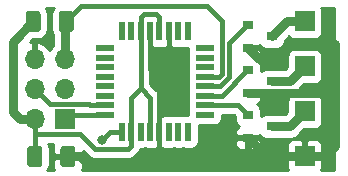
<source format=gbr>
G04 #@! TF.GenerationSoftware,KiCad,Pcbnew,5.0.1*
G04 #@! TF.CreationDate,2019-03-16T14:53:00+03:00*
G04 #@! TF.ProjectId,smartpoi,736D617274706F692E6B696361645F70,rev?*
G04 #@! TF.SameCoordinates,Original*
G04 #@! TF.FileFunction,Copper,L1,Top,Signal*
G04 #@! TF.FilePolarity,Positive*
%FSLAX46Y46*%
G04 Gerber Fmt 4.6, Leading zero omitted, Abs format (unit mm)*
G04 Created by KiCad (PCBNEW 5.0.1) date Сб 16 мар 2019 14:53:00*
%MOMM*%
%LPD*%
G01*
G04 APERTURE LIST*
G04 #@! TA.AperFunction,SMDPad,CuDef*
%ADD10R,0.900000X0.800000*%
G04 #@! TD*
G04 #@! TA.AperFunction,Conductor*
%ADD11C,0.100000*%
G04 #@! TD*
G04 #@! TA.AperFunction,SMDPad,CuDef*
%ADD12C,1.250000*%
G04 #@! TD*
G04 #@! TA.AperFunction,SMDPad,CuDef*
%ADD13R,0.550000X1.600000*%
G04 #@! TD*
G04 #@! TA.AperFunction,SMDPad,CuDef*
%ADD14R,1.600000X0.550000*%
G04 #@! TD*
G04 #@! TA.AperFunction,ComponentPad*
%ADD15R,1.700000X1.700000*%
G04 #@! TD*
G04 #@! TA.AperFunction,ComponentPad*
%ADD16O,1.700000X1.700000*%
G04 #@! TD*
G04 #@! TA.AperFunction,ViaPad*
%ADD17C,0.800000*%
G04 #@! TD*
G04 #@! TA.AperFunction,Conductor*
%ADD18C,0.400000*%
G04 #@! TD*
G04 #@! TA.AperFunction,Conductor*
%ADD19C,0.800000*%
G04 #@! TD*
G04 #@! TA.AperFunction,Conductor*
%ADD20C,0.254000*%
G04 #@! TD*
G04 APERTURE END LIST*
D10*
G04 #@! TO.P,Q1,1*
G04 #@! TO.N,/RED*
X127270000Y-91760000D03*
G04 #@! TO.P,Q1,2*
G04 #@! TO.N,GNDD*
X127270000Y-93660000D03*
G04 #@! TO.P,Q1,3*
G04 #@! TO.N,/K_RED*
X129270000Y-92710000D03*
G04 #@! TD*
G04 #@! TO.P,Q2,3*
G04 #@! TO.N,/K_GREEN*
X129270000Y-88900000D03*
G04 #@! TO.P,Q2,2*
G04 #@! TO.N,GNDD*
X127270000Y-89850000D03*
G04 #@! TO.P,Q2,1*
G04 #@! TO.N,/GREEN*
X127270000Y-87950000D03*
G04 #@! TD*
G04 #@! TO.P,Q3,1*
G04 #@! TO.N,/BLUE*
X127270000Y-84140000D03*
G04 #@! TO.P,Q3,2*
G04 #@! TO.N,GNDD*
X127270000Y-86040000D03*
G04 #@! TO.P,Q3,3*
G04 #@! TO.N,/K_BLUE*
X129270000Y-85090000D03*
G04 #@! TD*
D11*
G04 #@! TO.N,+3V8*
G04 #@! TO.C,R1*
G36*
X109489504Y-82946204D02*
X109513773Y-82949804D01*
X109537571Y-82955765D01*
X109560671Y-82964030D01*
X109582849Y-82974520D01*
X109603893Y-82987133D01*
X109623598Y-83001747D01*
X109641777Y-83018223D01*
X109658253Y-83036402D01*
X109672867Y-83056107D01*
X109685480Y-83077151D01*
X109695970Y-83099329D01*
X109704235Y-83122429D01*
X109710196Y-83146227D01*
X109713796Y-83170496D01*
X109715000Y-83195000D01*
X109715000Y-84445000D01*
X109713796Y-84469504D01*
X109710196Y-84493773D01*
X109704235Y-84517571D01*
X109695970Y-84540671D01*
X109685480Y-84562849D01*
X109672867Y-84583893D01*
X109658253Y-84603598D01*
X109641777Y-84621777D01*
X109623598Y-84638253D01*
X109603893Y-84652867D01*
X109582849Y-84665480D01*
X109560671Y-84675970D01*
X109537571Y-84684235D01*
X109513773Y-84690196D01*
X109489504Y-84693796D01*
X109465000Y-84695000D01*
X108715000Y-84695000D01*
X108690496Y-84693796D01*
X108666227Y-84690196D01*
X108642429Y-84684235D01*
X108619329Y-84675970D01*
X108597151Y-84665480D01*
X108576107Y-84652867D01*
X108556402Y-84638253D01*
X108538223Y-84621777D01*
X108521747Y-84603598D01*
X108507133Y-84583893D01*
X108494520Y-84562849D01*
X108484030Y-84540671D01*
X108475765Y-84517571D01*
X108469804Y-84493773D01*
X108466204Y-84469504D01*
X108465000Y-84445000D01*
X108465000Y-83195000D01*
X108466204Y-83170496D01*
X108469804Y-83146227D01*
X108475765Y-83122429D01*
X108484030Y-83099329D01*
X108494520Y-83077151D01*
X108507133Y-83056107D01*
X108521747Y-83036402D01*
X108538223Y-83018223D01*
X108556402Y-83001747D01*
X108576107Y-82987133D01*
X108597151Y-82974520D01*
X108619329Y-82964030D01*
X108642429Y-82955765D01*
X108666227Y-82949804D01*
X108690496Y-82946204D01*
X108715000Y-82945000D01*
X109465000Y-82945000D01*
X109489504Y-82946204D01*
X109489504Y-82946204D01*
G37*
D12*
G04 #@! TD*
G04 #@! TO.P,R1,1*
G04 #@! TO.N,+3V8*
X109090000Y-83820000D03*
D11*
G04 #@! TO.N,/~RST*
G04 #@! TO.C,R1*
G36*
X112289504Y-82946204D02*
X112313773Y-82949804D01*
X112337571Y-82955765D01*
X112360671Y-82964030D01*
X112382849Y-82974520D01*
X112403893Y-82987133D01*
X112423598Y-83001747D01*
X112441777Y-83018223D01*
X112458253Y-83036402D01*
X112472867Y-83056107D01*
X112485480Y-83077151D01*
X112495970Y-83099329D01*
X112504235Y-83122429D01*
X112510196Y-83146227D01*
X112513796Y-83170496D01*
X112515000Y-83195000D01*
X112515000Y-84445000D01*
X112513796Y-84469504D01*
X112510196Y-84493773D01*
X112504235Y-84517571D01*
X112495970Y-84540671D01*
X112485480Y-84562849D01*
X112472867Y-84583893D01*
X112458253Y-84603598D01*
X112441777Y-84621777D01*
X112423598Y-84638253D01*
X112403893Y-84652867D01*
X112382849Y-84665480D01*
X112360671Y-84675970D01*
X112337571Y-84684235D01*
X112313773Y-84690196D01*
X112289504Y-84693796D01*
X112265000Y-84695000D01*
X111515000Y-84695000D01*
X111490496Y-84693796D01*
X111466227Y-84690196D01*
X111442429Y-84684235D01*
X111419329Y-84675970D01*
X111397151Y-84665480D01*
X111376107Y-84652867D01*
X111356402Y-84638253D01*
X111338223Y-84621777D01*
X111321747Y-84603598D01*
X111307133Y-84583893D01*
X111294520Y-84562849D01*
X111284030Y-84540671D01*
X111275765Y-84517571D01*
X111269804Y-84493773D01*
X111266204Y-84469504D01*
X111265000Y-84445000D01*
X111265000Y-83195000D01*
X111266204Y-83170496D01*
X111269804Y-83146227D01*
X111275765Y-83122429D01*
X111284030Y-83099329D01*
X111294520Y-83077151D01*
X111307133Y-83056107D01*
X111321747Y-83036402D01*
X111338223Y-83018223D01*
X111356402Y-83001747D01*
X111376107Y-82987133D01*
X111397151Y-82974520D01*
X111419329Y-82964030D01*
X111442429Y-82955765D01*
X111466227Y-82949804D01*
X111490496Y-82946204D01*
X111515000Y-82945000D01*
X112265000Y-82945000D01*
X112289504Y-82946204D01*
X112289504Y-82946204D01*
G37*
D12*
G04 #@! TD*
G04 #@! TO.P,R1,2*
G04 #@! TO.N,/~RST*
X111890000Y-83820000D03*
D13*
G04 #@! TO.P,U1,1*
G04 #@! TO.N,Net-(U1-Pad1)*
X122180000Y-84650000D03*
G04 #@! TO.P,U1,2*
G04 #@! TO.N,Net-(U1-Pad2)*
X121380000Y-84650000D03*
G04 #@! TO.P,U1,3*
G04 #@! TO.N,GNDD*
X120580000Y-84650000D03*
G04 #@! TO.P,U1,4*
G04 #@! TO.N,+3V8*
X119780000Y-84650000D03*
G04 #@! TO.P,U1,5*
G04 #@! TO.N,GNDD*
X118980000Y-84650000D03*
G04 #@! TO.P,U1,6*
G04 #@! TO.N,+3V8*
X118180000Y-84650000D03*
G04 #@! TO.P,U1,7*
G04 #@! TO.N,Net-(U1-Pad7)*
X117380000Y-84650000D03*
G04 #@! TO.P,U1,8*
G04 #@! TO.N,Net-(U1-Pad8)*
X116580000Y-84650000D03*
D14*
G04 #@! TO.P,U1,9*
G04 #@! TO.N,Net-(U1-Pad9)*
X115130000Y-86100000D03*
G04 #@! TO.P,U1,10*
G04 #@! TO.N,Net-(U1-Pad10)*
X115130000Y-86900000D03*
G04 #@! TO.P,U1,11*
G04 #@! TO.N,Net-(U1-Pad11)*
X115130000Y-87700000D03*
G04 #@! TO.P,U1,12*
G04 #@! TO.N,Net-(U1-Pad12)*
X115130000Y-88500000D03*
G04 #@! TO.P,U1,13*
G04 #@! TO.N,Net-(U1-Pad13)*
X115130000Y-89300000D03*
G04 #@! TO.P,U1,14*
G04 #@! TO.N,Net-(U1-Pad14)*
X115130000Y-90100000D03*
G04 #@! TO.P,U1,15*
G04 #@! TO.N,/MOSI*
X115130000Y-90900000D03*
G04 #@! TO.P,U1,16*
G04 #@! TO.N,/MISO*
X115130000Y-91700000D03*
D13*
G04 #@! TO.P,U1,17*
G04 #@! TO.N,/SCK*
X116580000Y-93150000D03*
G04 #@! TO.P,U1,18*
G04 #@! TO.N,+3V8*
X117380000Y-93150000D03*
G04 #@! TO.P,U1,19*
G04 #@! TO.N,Net-(U1-Pad19)*
X118180000Y-93150000D03*
G04 #@! TO.P,U1,20*
G04 #@! TO.N,+3V8*
X118980000Y-93150000D03*
G04 #@! TO.P,U1,21*
G04 #@! TO.N,GNDD*
X119780000Y-93150000D03*
G04 #@! TO.P,U1,22*
G04 #@! TO.N,Net-(U1-Pad22)*
X120580000Y-93150000D03*
G04 #@! TO.P,U1,23*
G04 #@! TO.N,Net-(U1-Pad23)*
X121380000Y-93150000D03*
G04 #@! TO.P,U1,24*
G04 #@! TO.N,Net-(U1-Pad24)*
X122180000Y-93150000D03*
D14*
G04 #@! TO.P,U1,25*
G04 #@! TO.N,Net-(U1-Pad25)*
X123630000Y-91700000D03*
G04 #@! TO.P,U1,26*
G04 #@! TO.N,/RED*
X123630000Y-90900000D03*
G04 #@! TO.P,U1,27*
G04 #@! TO.N,/GREEN*
X123630000Y-90100000D03*
G04 #@! TO.P,U1,28*
G04 #@! TO.N,/BLUE*
X123630000Y-89300000D03*
G04 #@! TO.P,U1,29*
G04 #@! TO.N,/~RST*
X123630000Y-88500000D03*
G04 #@! TO.P,U1,30*
G04 #@! TO.N,Net-(U1-Pad30)*
X123630000Y-87700000D03*
G04 #@! TO.P,U1,31*
G04 #@! TO.N,Net-(U1-Pad31)*
X123630000Y-86900000D03*
G04 #@! TO.P,U1,32*
G04 #@! TO.N,Net-(U1-Pad32)*
X123630000Y-86100000D03*
G04 #@! TD*
D15*
G04 #@! TO.P,J5,1*
G04 #@! TO.N,GNDD*
X132080000Y-95250000D03*
G04 #@! TD*
G04 #@! TO.P,J6,1*
G04 #@! TO.N,/K_BLUE*
X132080000Y-83820000D03*
G04 #@! TD*
G04 #@! TO.P,J1,1*
G04 #@! TO.N,/MISO*
X111760000Y-92075000D03*
D16*
G04 #@! TO.P,J1,2*
G04 #@! TO.N,+3V8*
X109220000Y-92075000D03*
G04 #@! TO.P,J1,3*
G04 #@! TO.N,/SCK*
X111760000Y-89535000D03*
G04 #@! TO.P,J1,4*
G04 #@! TO.N,/MOSI*
X109220000Y-89535000D03*
G04 #@! TO.P,J1,5*
G04 #@! TO.N,/~RST*
X111760000Y-86995000D03*
G04 #@! TO.P,J1,6*
G04 #@! TO.N,GNDD*
X109220000Y-86995000D03*
G04 #@! TD*
D15*
G04 #@! TO.P,J2,1*
G04 #@! TO.N,/K_RED*
X132080000Y-91440000D03*
G04 #@! TD*
G04 #@! TO.P,J3,1*
G04 #@! TO.N,/K_GREEN*
X132080000Y-87630000D03*
G04 #@! TD*
D11*
G04 #@! TO.N,+3V8*
G04 #@! TO.C,C1*
G36*
X109619504Y-94376204D02*
X109643773Y-94379804D01*
X109667571Y-94385765D01*
X109690671Y-94394030D01*
X109712849Y-94404520D01*
X109733893Y-94417133D01*
X109753598Y-94431747D01*
X109771777Y-94448223D01*
X109788253Y-94466402D01*
X109802867Y-94486107D01*
X109815480Y-94507151D01*
X109825970Y-94529329D01*
X109834235Y-94552429D01*
X109840196Y-94576227D01*
X109843796Y-94600496D01*
X109845000Y-94625000D01*
X109845000Y-95875000D01*
X109843796Y-95899504D01*
X109840196Y-95923773D01*
X109834235Y-95947571D01*
X109825970Y-95970671D01*
X109815480Y-95992849D01*
X109802867Y-96013893D01*
X109788253Y-96033598D01*
X109771777Y-96051777D01*
X109753598Y-96068253D01*
X109733893Y-96082867D01*
X109712849Y-96095480D01*
X109690671Y-96105970D01*
X109667571Y-96114235D01*
X109643773Y-96120196D01*
X109619504Y-96123796D01*
X109595000Y-96125000D01*
X108845000Y-96125000D01*
X108820496Y-96123796D01*
X108796227Y-96120196D01*
X108772429Y-96114235D01*
X108749329Y-96105970D01*
X108727151Y-96095480D01*
X108706107Y-96082867D01*
X108686402Y-96068253D01*
X108668223Y-96051777D01*
X108651747Y-96033598D01*
X108637133Y-96013893D01*
X108624520Y-95992849D01*
X108614030Y-95970671D01*
X108605765Y-95947571D01*
X108599804Y-95923773D01*
X108596204Y-95899504D01*
X108595000Y-95875000D01*
X108595000Y-94625000D01*
X108596204Y-94600496D01*
X108599804Y-94576227D01*
X108605765Y-94552429D01*
X108614030Y-94529329D01*
X108624520Y-94507151D01*
X108637133Y-94486107D01*
X108651747Y-94466402D01*
X108668223Y-94448223D01*
X108686402Y-94431747D01*
X108706107Y-94417133D01*
X108727151Y-94404520D01*
X108749329Y-94394030D01*
X108772429Y-94385765D01*
X108796227Y-94379804D01*
X108820496Y-94376204D01*
X108845000Y-94375000D01*
X109595000Y-94375000D01*
X109619504Y-94376204D01*
X109619504Y-94376204D01*
G37*
D12*
G04 #@! TD*
G04 #@! TO.P,C1,1*
G04 #@! TO.N,+3V8*
X109220000Y-95250000D03*
D11*
G04 #@! TO.N,GNDD*
G04 #@! TO.C,C1*
G36*
X112419504Y-94376204D02*
X112443773Y-94379804D01*
X112467571Y-94385765D01*
X112490671Y-94394030D01*
X112512849Y-94404520D01*
X112533893Y-94417133D01*
X112553598Y-94431747D01*
X112571777Y-94448223D01*
X112588253Y-94466402D01*
X112602867Y-94486107D01*
X112615480Y-94507151D01*
X112625970Y-94529329D01*
X112634235Y-94552429D01*
X112640196Y-94576227D01*
X112643796Y-94600496D01*
X112645000Y-94625000D01*
X112645000Y-95875000D01*
X112643796Y-95899504D01*
X112640196Y-95923773D01*
X112634235Y-95947571D01*
X112625970Y-95970671D01*
X112615480Y-95992849D01*
X112602867Y-96013893D01*
X112588253Y-96033598D01*
X112571777Y-96051777D01*
X112553598Y-96068253D01*
X112533893Y-96082867D01*
X112512849Y-96095480D01*
X112490671Y-96105970D01*
X112467571Y-96114235D01*
X112443773Y-96120196D01*
X112419504Y-96123796D01*
X112395000Y-96125000D01*
X111645000Y-96125000D01*
X111620496Y-96123796D01*
X111596227Y-96120196D01*
X111572429Y-96114235D01*
X111549329Y-96105970D01*
X111527151Y-96095480D01*
X111506107Y-96082867D01*
X111486402Y-96068253D01*
X111468223Y-96051777D01*
X111451747Y-96033598D01*
X111437133Y-96013893D01*
X111424520Y-95992849D01*
X111414030Y-95970671D01*
X111405765Y-95947571D01*
X111399804Y-95923773D01*
X111396204Y-95899504D01*
X111395000Y-95875000D01*
X111395000Y-94625000D01*
X111396204Y-94600496D01*
X111399804Y-94576227D01*
X111405765Y-94552429D01*
X111414030Y-94529329D01*
X111424520Y-94507151D01*
X111437133Y-94486107D01*
X111451747Y-94466402D01*
X111468223Y-94448223D01*
X111486402Y-94431747D01*
X111506107Y-94417133D01*
X111527151Y-94404520D01*
X111549329Y-94394030D01*
X111572429Y-94385765D01*
X111596227Y-94379804D01*
X111620496Y-94376204D01*
X111645000Y-94375000D01*
X112395000Y-94375000D01*
X112419504Y-94376204D01*
X112419504Y-94376204D01*
G37*
D12*
G04 #@! TD*
G04 #@! TO.P,C1,2*
G04 #@! TO.N,GNDD*
X112020000Y-95250000D03*
D17*
G04 #@! TO.N,GNDD*
X113665000Y-95885000D03*
G04 #@! TO.N,/SCK*
X114935000Y-93814990D03*
G04 #@! TD*
D18*
G04 #@! TO.N,GNDD*
X127320000Y-93660000D02*
X127270000Y-93660000D01*
X127270000Y-86040000D02*
X127320000Y-86040000D01*
D19*
X134620000Y-94360000D02*
X133730000Y-95250000D01*
X133730000Y-95250000D02*
X132080000Y-95250000D01*
X134620000Y-89535000D02*
X134620000Y-94360000D01*
X128860000Y-95250000D02*
X132080000Y-95250000D01*
X127270000Y-93660000D02*
X128860000Y-95250000D01*
X128570011Y-89900011D02*
X134254989Y-89900011D01*
X134254989Y-89900011D02*
X134620000Y-89535000D01*
X127270000Y-89850000D02*
X128520000Y-89850000D01*
X128520000Y-89850000D02*
X128570011Y-89900011D01*
X128225000Y-86995000D02*
X127270000Y-86040000D01*
X130810000Y-85725000D02*
X129540000Y-86995000D01*
X129540000Y-86995000D02*
X128225000Y-86995000D01*
X134620000Y-89535000D02*
X134620000Y-85725000D01*
X134620000Y-85725000D02*
X130810000Y-85725000D01*
X128225000Y-95885000D02*
X128860000Y-95250000D01*
X113030000Y-95250000D02*
X112020000Y-95250000D01*
X113665000Y-95885000D02*
X113030000Y-95250000D01*
X113665000Y-95885000D02*
X120015000Y-95885000D01*
D18*
X119780000Y-95650000D02*
X120015000Y-95885000D01*
X119780000Y-93150000D02*
X119780000Y-95650000D01*
D19*
X120015000Y-95885000D02*
X128225000Y-95885000D01*
D18*
X118980000Y-84650000D02*
X118980000Y-87865000D01*
X118980000Y-87865000D02*
X120015000Y-88900000D01*
X119780000Y-89135000D02*
X119780000Y-93150000D01*
X120015000Y-88900000D02*
X119780000Y-89135000D01*
X120580000Y-88335000D02*
X120015000Y-88900000D01*
X120580000Y-84650000D02*
X120580000Y-88335000D01*
G04 #@! TO.N,/RED*
X126410000Y-90900000D02*
X123630000Y-90900000D01*
X127270000Y-91760000D02*
X126410000Y-90900000D01*
G04 #@! TO.N,/GREEN*
X127270000Y-87950000D02*
X127220000Y-87950000D01*
X125070000Y-90100000D02*
X123630000Y-90100000D01*
X127220000Y-87950000D02*
X125070000Y-90100000D01*
G04 #@! TO.N,/BLUE*
X125695009Y-88513533D02*
X124908542Y-89300000D01*
X124830000Y-89300000D02*
X123630000Y-89300000D01*
X127220000Y-84140000D02*
X125695009Y-85664991D01*
X124908542Y-89300000D02*
X124830000Y-89300000D01*
X125695009Y-85664991D02*
X125695009Y-88513533D01*
X127270000Y-84140000D02*
X127220000Y-84140000D01*
D19*
G04 #@! TO.N,+3V8*
X109220000Y-92075000D02*
X107950000Y-92075000D01*
X107950000Y-92075000D02*
X107380010Y-91505010D01*
X107380010Y-85529990D02*
X109090000Y-83820000D01*
X107380010Y-91505010D02*
X107380010Y-85529990D01*
D18*
X118180000Y-83450000D02*
X118180000Y-84650000D01*
X118445000Y-83185000D02*
X118180000Y-83450000D01*
X119515000Y-83185000D02*
X118445000Y-83185000D01*
X119780000Y-83450000D02*
X119515000Y-83185000D01*
X119780000Y-84650000D02*
X119780000Y-83450000D01*
X118180000Y-84650000D02*
X118180000Y-89465000D01*
X117380000Y-90265000D02*
X117380000Y-93150000D01*
X118180000Y-89465000D02*
X117380000Y-90265000D01*
X118980000Y-90265000D02*
X118180000Y-89465000D01*
X118980000Y-93150000D02*
X118980000Y-90265000D01*
X109220000Y-92075000D02*
X109220000Y-93345000D01*
X109220000Y-93345000D02*
X113030000Y-93345000D01*
X109220000Y-93345000D02*
X109220000Y-95250000D01*
X113030000Y-93345000D02*
X114300000Y-94615000D01*
X117380000Y-94350000D02*
X117380000Y-93150000D01*
X117115000Y-94615000D02*
X117380000Y-94350000D01*
X114300000Y-94615000D02*
X117115000Y-94615000D01*
G04 #@! TO.N,/~RST*
X123630000Y-88500000D02*
X124860000Y-88500000D01*
X124860000Y-88500000D02*
X125095000Y-88265000D01*
X125095000Y-88265000D02*
X125095000Y-83820000D01*
X125095000Y-83820000D02*
X123825000Y-82550000D01*
X113160000Y-82550000D02*
X111890000Y-83820000D01*
X123825000Y-82550000D02*
X113160000Y-82550000D01*
D19*
X111760000Y-83950000D02*
X111890000Y-83820000D01*
X111760000Y-86995000D02*
X111760000Y-83950000D01*
D18*
G04 #@! TO.N,/MOSI*
X113930000Y-90900000D02*
X115130000Y-90900000D01*
X113815001Y-90785001D02*
X113930000Y-90900000D01*
X110470001Y-90785001D02*
X113815001Y-90785001D01*
X109220000Y-89535000D02*
X110470001Y-90785001D01*
G04 #@! TO.N,/MISO*
X112135000Y-91700000D02*
X111760000Y-92075000D01*
X115130000Y-91700000D02*
X112135000Y-91700000D01*
G04 #@! TO.N,/SCK*
X116580000Y-93150000D02*
X115599990Y-93150000D01*
X115334999Y-93414991D02*
X114935000Y-93814990D01*
X115599990Y-93150000D02*
X115334999Y-93414991D01*
D19*
G04 #@! TO.N,/K_RED*
X130810000Y-92710000D02*
X132080000Y-91440000D01*
X129270000Y-92710000D02*
X130810000Y-92710000D01*
G04 #@! TO.N,/K_GREEN*
X130810000Y-88900000D02*
X132080000Y-87630000D01*
X129270000Y-88900000D02*
X130810000Y-88900000D01*
G04 #@! TO.N,/K_BLUE*
X130540000Y-83820000D02*
X129270000Y-85090000D01*
X132080000Y-83820000D02*
X130540000Y-83820000D01*
G04 #@! TD*
D20*
G04 #@! TO.N,GNDD*
G36*
X134520000Y-96420000D02*
X133484770Y-96420000D01*
X133565000Y-96226309D01*
X133565000Y-95535750D01*
X133406250Y-95377000D01*
X132207000Y-95377000D01*
X132207000Y-95397000D01*
X131953000Y-95397000D01*
X131953000Y-95377000D01*
X130753750Y-95377000D01*
X130595000Y-95535750D01*
X130595000Y-96226309D01*
X130675230Y-96420000D01*
X113210126Y-96420000D01*
X113280000Y-96251310D01*
X113280000Y-95535750D01*
X113121250Y-95377000D01*
X112147000Y-95377000D01*
X112147000Y-95397000D01*
X111893000Y-95397000D01*
X111893000Y-95377000D01*
X110918750Y-95377000D01*
X110760000Y-95535750D01*
X110760000Y-96251310D01*
X110829874Y-96420000D01*
X110289445Y-96420000D01*
X110424126Y-96218435D01*
X110492440Y-95875000D01*
X110492440Y-94625000D01*
X110424126Y-94281565D01*
X110356263Y-94180000D01*
X110788452Y-94180000D01*
X110760000Y-94248690D01*
X110760000Y-94964250D01*
X110918750Y-95123000D01*
X111893000Y-95123000D01*
X111893000Y-95103000D01*
X112147000Y-95103000D01*
X112147000Y-95123000D01*
X113121250Y-95123000D01*
X113280000Y-94964250D01*
X113280000Y-94775868D01*
X113651415Y-95147282D01*
X113697999Y-95217001D01*
X113974199Y-95401552D01*
X114217763Y-95450000D01*
X114217766Y-95450000D01*
X114299999Y-95466357D01*
X114382232Y-95450000D01*
X117032767Y-95450000D01*
X117115000Y-95466357D01*
X117197233Y-95450000D01*
X117197237Y-95450000D01*
X117440801Y-95401552D01*
X117717001Y-95217001D01*
X117763587Y-95147280D01*
X117912280Y-94998587D01*
X117982001Y-94952001D01*
X118166552Y-94675801D01*
X118182139Y-94597440D01*
X118455000Y-94597440D01*
X118580000Y-94572576D01*
X118705000Y-94597440D01*
X119255000Y-94597440D01*
X119358852Y-94576783D01*
X119378690Y-94585000D01*
X119494250Y-94585000D01*
X119588138Y-94491112D01*
X119712809Y-94407809D01*
X119780000Y-94307251D01*
X119847191Y-94407809D01*
X119971862Y-94491112D01*
X120065750Y-94585000D01*
X120181310Y-94585000D01*
X120201148Y-94576783D01*
X120305000Y-94597440D01*
X120855000Y-94597440D01*
X120980000Y-94572576D01*
X121105000Y-94597440D01*
X121655000Y-94597440D01*
X121780000Y-94572576D01*
X121905000Y-94597440D01*
X122455000Y-94597440D01*
X122702765Y-94548157D01*
X122912809Y-94407809D01*
X123053157Y-94197765D01*
X123102440Y-93950000D01*
X123102440Y-93945750D01*
X126185000Y-93945750D01*
X126185000Y-94186310D01*
X126281673Y-94419699D01*
X126460302Y-94598327D01*
X126693691Y-94695000D01*
X126984250Y-94695000D01*
X127143000Y-94536250D01*
X127143000Y-93787000D01*
X127397000Y-93787000D01*
X127397000Y-94536250D01*
X127555750Y-94695000D01*
X127846309Y-94695000D01*
X128079698Y-94598327D01*
X128258327Y-94419699D01*
X128318805Y-94273691D01*
X130595000Y-94273691D01*
X130595000Y-94964250D01*
X130753750Y-95123000D01*
X131953000Y-95123000D01*
X131953000Y-93923750D01*
X132207000Y-93923750D01*
X132207000Y-95123000D01*
X133406250Y-95123000D01*
X133565000Y-94964250D01*
X133565000Y-94273691D01*
X133468327Y-94040302D01*
X133289699Y-93861673D01*
X133056310Y-93765000D01*
X132365750Y-93765000D01*
X132207000Y-93923750D01*
X131953000Y-93923750D01*
X131794250Y-93765000D01*
X131103690Y-93765000D01*
X130870301Y-93861673D01*
X130691673Y-94040302D01*
X130595000Y-94273691D01*
X128318805Y-94273691D01*
X128355000Y-94186310D01*
X128355000Y-93945750D01*
X128196250Y-93787000D01*
X127397000Y-93787000D01*
X127143000Y-93787000D01*
X126343750Y-93787000D01*
X126185000Y-93945750D01*
X123102440Y-93945750D01*
X123102440Y-92622440D01*
X124430000Y-92622440D01*
X124677765Y-92573157D01*
X124887809Y-92432809D01*
X125028157Y-92222765D01*
X125077440Y-91975000D01*
X125077440Y-91735000D01*
X126064133Y-91735000D01*
X126172560Y-91843427D01*
X126172560Y-92160000D01*
X126221843Y-92407765D01*
X126362191Y-92617809D01*
X126495694Y-92707013D01*
X126460302Y-92721673D01*
X126281673Y-92900301D01*
X126185000Y-93133690D01*
X126185000Y-93374250D01*
X126343750Y-93533000D01*
X127143000Y-93533000D01*
X127143000Y-93513000D01*
X127397000Y-93513000D01*
X127397000Y-93533000D01*
X128196250Y-93533000D01*
X128281781Y-93447469D01*
X128362191Y-93567809D01*
X128572235Y-93708157D01*
X128820000Y-93757440D01*
X129720000Y-93757440D01*
X129782541Y-93745000D01*
X130708066Y-93745000D01*
X130810000Y-93765276D01*
X130911934Y-93745000D01*
X130911935Y-93745000D01*
X131213837Y-93684948D01*
X131556193Y-93456193D01*
X131613937Y-93369773D01*
X132046270Y-92937440D01*
X132930000Y-92937440D01*
X133177765Y-92888157D01*
X133387809Y-92747809D01*
X133528157Y-92537765D01*
X133577440Y-92290000D01*
X133577440Y-90590000D01*
X133528157Y-90342235D01*
X133387809Y-90132191D01*
X133177765Y-89991843D01*
X132930000Y-89942560D01*
X131230000Y-89942560D01*
X130982235Y-89991843D01*
X130772191Y-90132191D01*
X130631843Y-90342235D01*
X130582560Y-90590000D01*
X130582560Y-91473730D01*
X130381290Y-91675000D01*
X129782541Y-91675000D01*
X129720000Y-91662560D01*
X128820000Y-91662560D01*
X128572235Y-91711843D01*
X128367440Y-91848684D01*
X128367440Y-91360000D01*
X128318157Y-91112235D01*
X128177809Y-90902191D01*
X128035068Y-90806814D01*
X128079698Y-90788327D01*
X128258327Y-90609699D01*
X128355000Y-90376310D01*
X128355000Y-90135750D01*
X128196250Y-89977000D01*
X127397000Y-89977000D01*
X127397000Y-89997000D01*
X127143000Y-89997000D01*
X127143000Y-89977000D01*
X127123000Y-89977000D01*
X127123000Y-89723000D01*
X127143000Y-89723000D01*
X127143000Y-89703000D01*
X127397000Y-89703000D01*
X127397000Y-89723000D01*
X128196250Y-89723000D01*
X128281781Y-89637469D01*
X128362191Y-89757809D01*
X128572235Y-89898157D01*
X128820000Y-89947440D01*
X129720000Y-89947440D01*
X129782541Y-89935000D01*
X130708066Y-89935000D01*
X130810000Y-89955276D01*
X130911934Y-89935000D01*
X130911935Y-89935000D01*
X131213837Y-89874948D01*
X131556193Y-89646193D01*
X131613937Y-89559773D01*
X132046270Y-89127440D01*
X132930000Y-89127440D01*
X133177765Y-89078157D01*
X133387809Y-88937809D01*
X133528157Y-88727765D01*
X133577440Y-88480000D01*
X133577440Y-86780000D01*
X133528157Y-86532235D01*
X133387809Y-86322191D01*
X133177765Y-86181843D01*
X132930000Y-86132560D01*
X131230000Y-86132560D01*
X130982235Y-86181843D01*
X130772191Y-86322191D01*
X130631843Y-86532235D01*
X130582560Y-86780000D01*
X130582560Y-87663730D01*
X130381290Y-87865000D01*
X129782541Y-87865000D01*
X129720000Y-87852560D01*
X128820000Y-87852560D01*
X128572235Y-87901843D01*
X128367440Y-88038684D01*
X128367440Y-87550000D01*
X128318157Y-87302235D01*
X128177809Y-87092191D01*
X128035068Y-86996814D01*
X128079698Y-86978327D01*
X128258327Y-86799699D01*
X128355000Y-86566310D01*
X128355000Y-86325750D01*
X128196250Y-86167000D01*
X127397000Y-86167000D01*
X127397000Y-86187000D01*
X127143000Y-86187000D01*
X127143000Y-86167000D01*
X127123000Y-86167000D01*
X127123000Y-85913000D01*
X127143000Y-85913000D01*
X127143000Y-85893000D01*
X127397000Y-85893000D01*
X127397000Y-85913000D01*
X128196250Y-85913000D01*
X128281781Y-85827469D01*
X128362191Y-85947809D01*
X128572235Y-86088157D01*
X128820000Y-86137440D01*
X129230606Y-86137440D01*
X129270000Y-86145276D01*
X129309394Y-86137440D01*
X129720000Y-86137440D01*
X129967765Y-86088157D01*
X130177809Y-85947809D01*
X130318157Y-85737765D01*
X130367440Y-85490000D01*
X130367440Y-85456270D01*
X130741634Y-85082077D01*
X130772191Y-85127809D01*
X130982235Y-85268157D01*
X131230000Y-85317440D01*
X132930000Y-85317440D01*
X133177765Y-85268157D01*
X133387809Y-85127809D01*
X133528157Y-84917765D01*
X133577440Y-84670000D01*
X133577440Y-82970000D01*
X133528157Y-82722235D01*
X133479891Y-82650000D01*
X134520001Y-82650000D01*
X134520000Y-96420000D01*
X134520000Y-96420000D01*
G37*
X134520000Y-96420000D02*
X133484770Y-96420000D01*
X133565000Y-96226309D01*
X133565000Y-95535750D01*
X133406250Y-95377000D01*
X132207000Y-95377000D01*
X132207000Y-95397000D01*
X131953000Y-95397000D01*
X131953000Y-95377000D01*
X130753750Y-95377000D01*
X130595000Y-95535750D01*
X130595000Y-96226309D01*
X130675230Y-96420000D01*
X113210126Y-96420000D01*
X113280000Y-96251310D01*
X113280000Y-95535750D01*
X113121250Y-95377000D01*
X112147000Y-95377000D01*
X112147000Y-95397000D01*
X111893000Y-95397000D01*
X111893000Y-95377000D01*
X110918750Y-95377000D01*
X110760000Y-95535750D01*
X110760000Y-96251310D01*
X110829874Y-96420000D01*
X110289445Y-96420000D01*
X110424126Y-96218435D01*
X110492440Y-95875000D01*
X110492440Y-94625000D01*
X110424126Y-94281565D01*
X110356263Y-94180000D01*
X110788452Y-94180000D01*
X110760000Y-94248690D01*
X110760000Y-94964250D01*
X110918750Y-95123000D01*
X111893000Y-95123000D01*
X111893000Y-95103000D01*
X112147000Y-95103000D01*
X112147000Y-95123000D01*
X113121250Y-95123000D01*
X113280000Y-94964250D01*
X113280000Y-94775868D01*
X113651415Y-95147282D01*
X113697999Y-95217001D01*
X113974199Y-95401552D01*
X114217763Y-95450000D01*
X114217766Y-95450000D01*
X114299999Y-95466357D01*
X114382232Y-95450000D01*
X117032767Y-95450000D01*
X117115000Y-95466357D01*
X117197233Y-95450000D01*
X117197237Y-95450000D01*
X117440801Y-95401552D01*
X117717001Y-95217001D01*
X117763587Y-95147280D01*
X117912280Y-94998587D01*
X117982001Y-94952001D01*
X118166552Y-94675801D01*
X118182139Y-94597440D01*
X118455000Y-94597440D01*
X118580000Y-94572576D01*
X118705000Y-94597440D01*
X119255000Y-94597440D01*
X119358852Y-94576783D01*
X119378690Y-94585000D01*
X119494250Y-94585000D01*
X119588138Y-94491112D01*
X119712809Y-94407809D01*
X119780000Y-94307251D01*
X119847191Y-94407809D01*
X119971862Y-94491112D01*
X120065750Y-94585000D01*
X120181310Y-94585000D01*
X120201148Y-94576783D01*
X120305000Y-94597440D01*
X120855000Y-94597440D01*
X120980000Y-94572576D01*
X121105000Y-94597440D01*
X121655000Y-94597440D01*
X121780000Y-94572576D01*
X121905000Y-94597440D01*
X122455000Y-94597440D01*
X122702765Y-94548157D01*
X122912809Y-94407809D01*
X123053157Y-94197765D01*
X123102440Y-93950000D01*
X123102440Y-93945750D01*
X126185000Y-93945750D01*
X126185000Y-94186310D01*
X126281673Y-94419699D01*
X126460302Y-94598327D01*
X126693691Y-94695000D01*
X126984250Y-94695000D01*
X127143000Y-94536250D01*
X127143000Y-93787000D01*
X127397000Y-93787000D01*
X127397000Y-94536250D01*
X127555750Y-94695000D01*
X127846309Y-94695000D01*
X128079698Y-94598327D01*
X128258327Y-94419699D01*
X128318805Y-94273691D01*
X130595000Y-94273691D01*
X130595000Y-94964250D01*
X130753750Y-95123000D01*
X131953000Y-95123000D01*
X131953000Y-93923750D01*
X132207000Y-93923750D01*
X132207000Y-95123000D01*
X133406250Y-95123000D01*
X133565000Y-94964250D01*
X133565000Y-94273691D01*
X133468327Y-94040302D01*
X133289699Y-93861673D01*
X133056310Y-93765000D01*
X132365750Y-93765000D01*
X132207000Y-93923750D01*
X131953000Y-93923750D01*
X131794250Y-93765000D01*
X131103690Y-93765000D01*
X130870301Y-93861673D01*
X130691673Y-94040302D01*
X130595000Y-94273691D01*
X128318805Y-94273691D01*
X128355000Y-94186310D01*
X128355000Y-93945750D01*
X128196250Y-93787000D01*
X127397000Y-93787000D01*
X127143000Y-93787000D01*
X126343750Y-93787000D01*
X126185000Y-93945750D01*
X123102440Y-93945750D01*
X123102440Y-92622440D01*
X124430000Y-92622440D01*
X124677765Y-92573157D01*
X124887809Y-92432809D01*
X125028157Y-92222765D01*
X125077440Y-91975000D01*
X125077440Y-91735000D01*
X126064133Y-91735000D01*
X126172560Y-91843427D01*
X126172560Y-92160000D01*
X126221843Y-92407765D01*
X126362191Y-92617809D01*
X126495694Y-92707013D01*
X126460302Y-92721673D01*
X126281673Y-92900301D01*
X126185000Y-93133690D01*
X126185000Y-93374250D01*
X126343750Y-93533000D01*
X127143000Y-93533000D01*
X127143000Y-93513000D01*
X127397000Y-93513000D01*
X127397000Y-93533000D01*
X128196250Y-93533000D01*
X128281781Y-93447469D01*
X128362191Y-93567809D01*
X128572235Y-93708157D01*
X128820000Y-93757440D01*
X129720000Y-93757440D01*
X129782541Y-93745000D01*
X130708066Y-93745000D01*
X130810000Y-93765276D01*
X130911934Y-93745000D01*
X130911935Y-93745000D01*
X131213837Y-93684948D01*
X131556193Y-93456193D01*
X131613937Y-93369773D01*
X132046270Y-92937440D01*
X132930000Y-92937440D01*
X133177765Y-92888157D01*
X133387809Y-92747809D01*
X133528157Y-92537765D01*
X133577440Y-92290000D01*
X133577440Y-90590000D01*
X133528157Y-90342235D01*
X133387809Y-90132191D01*
X133177765Y-89991843D01*
X132930000Y-89942560D01*
X131230000Y-89942560D01*
X130982235Y-89991843D01*
X130772191Y-90132191D01*
X130631843Y-90342235D01*
X130582560Y-90590000D01*
X130582560Y-91473730D01*
X130381290Y-91675000D01*
X129782541Y-91675000D01*
X129720000Y-91662560D01*
X128820000Y-91662560D01*
X128572235Y-91711843D01*
X128367440Y-91848684D01*
X128367440Y-91360000D01*
X128318157Y-91112235D01*
X128177809Y-90902191D01*
X128035068Y-90806814D01*
X128079698Y-90788327D01*
X128258327Y-90609699D01*
X128355000Y-90376310D01*
X128355000Y-90135750D01*
X128196250Y-89977000D01*
X127397000Y-89977000D01*
X127397000Y-89997000D01*
X127143000Y-89997000D01*
X127143000Y-89977000D01*
X127123000Y-89977000D01*
X127123000Y-89723000D01*
X127143000Y-89723000D01*
X127143000Y-89703000D01*
X127397000Y-89703000D01*
X127397000Y-89723000D01*
X128196250Y-89723000D01*
X128281781Y-89637469D01*
X128362191Y-89757809D01*
X128572235Y-89898157D01*
X128820000Y-89947440D01*
X129720000Y-89947440D01*
X129782541Y-89935000D01*
X130708066Y-89935000D01*
X130810000Y-89955276D01*
X130911934Y-89935000D01*
X130911935Y-89935000D01*
X131213837Y-89874948D01*
X131556193Y-89646193D01*
X131613937Y-89559773D01*
X132046270Y-89127440D01*
X132930000Y-89127440D01*
X133177765Y-89078157D01*
X133387809Y-88937809D01*
X133528157Y-88727765D01*
X133577440Y-88480000D01*
X133577440Y-86780000D01*
X133528157Y-86532235D01*
X133387809Y-86322191D01*
X133177765Y-86181843D01*
X132930000Y-86132560D01*
X131230000Y-86132560D01*
X130982235Y-86181843D01*
X130772191Y-86322191D01*
X130631843Y-86532235D01*
X130582560Y-86780000D01*
X130582560Y-87663730D01*
X130381290Y-87865000D01*
X129782541Y-87865000D01*
X129720000Y-87852560D01*
X128820000Y-87852560D01*
X128572235Y-87901843D01*
X128367440Y-88038684D01*
X128367440Y-87550000D01*
X128318157Y-87302235D01*
X128177809Y-87092191D01*
X128035068Y-86996814D01*
X128079698Y-86978327D01*
X128258327Y-86799699D01*
X128355000Y-86566310D01*
X128355000Y-86325750D01*
X128196250Y-86167000D01*
X127397000Y-86167000D01*
X127397000Y-86187000D01*
X127143000Y-86187000D01*
X127143000Y-86167000D01*
X127123000Y-86167000D01*
X127123000Y-85913000D01*
X127143000Y-85913000D01*
X127143000Y-85893000D01*
X127397000Y-85893000D01*
X127397000Y-85913000D01*
X128196250Y-85913000D01*
X128281781Y-85827469D01*
X128362191Y-85947809D01*
X128572235Y-86088157D01*
X128820000Y-86137440D01*
X129230606Y-86137440D01*
X129270000Y-86145276D01*
X129309394Y-86137440D01*
X129720000Y-86137440D01*
X129967765Y-86088157D01*
X130177809Y-85947809D01*
X130318157Y-85737765D01*
X130367440Y-85490000D01*
X130367440Y-85456270D01*
X130741634Y-85082077D01*
X130772191Y-85127809D01*
X130982235Y-85268157D01*
X131230000Y-85317440D01*
X132930000Y-85317440D01*
X133177765Y-85268157D01*
X133387809Y-85127809D01*
X133528157Y-84917765D01*
X133577440Y-84670000D01*
X133577440Y-82970000D01*
X133528157Y-82722235D01*
X133479891Y-82650000D01*
X134520001Y-82650000D01*
X134520000Y-96420000D01*
G36*
X120647191Y-85907809D02*
X120771862Y-85991112D01*
X120865750Y-86085000D01*
X120981310Y-86085000D01*
X121001148Y-86076783D01*
X121105000Y-86097440D01*
X121655000Y-86097440D01*
X121780000Y-86072576D01*
X121905000Y-86097440D01*
X122182560Y-86097440D01*
X122182560Y-86375000D01*
X122207424Y-86500000D01*
X122182560Y-86625000D01*
X122182560Y-87175000D01*
X122207424Y-87300000D01*
X122182560Y-87425000D01*
X122182560Y-87975000D01*
X122207424Y-88100000D01*
X122182560Y-88225000D01*
X122182560Y-88775000D01*
X122207424Y-88900000D01*
X122182560Y-89025000D01*
X122182560Y-89575000D01*
X122207424Y-89700000D01*
X122182560Y-89825000D01*
X122182560Y-90375000D01*
X122207424Y-90500000D01*
X122182560Y-90625000D01*
X122182560Y-91175000D01*
X122207424Y-91300000D01*
X122182560Y-91425000D01*
X122182560Y-91702560D01*
X121905000Y-91702560D01*
X121780000Y-91727424D01*
X121655000Y-91702560D01*
X121105000Y-91702560D01*
X120980000Y-91727424D01*
X120855000Y-91702560D01*
X120305000Y-91702560D01*
X120201148Y-91723217D01*
X120181310Y-91715000D01*
X120065750Y-91715000D01*
X119971862Y-91808888D01*
X119907002Y-91852226D01*
X119907002Y-91715000D01*
X119815000Y-91715000D01*
X119815000Y-90347237D01*
X119831358Y-90265000D01*
X119766552Y-89939199D01*
X119714167Y-89860800D01*
X119582001Y-89662999D01*
X119512282Y-89616414D01*
X119015000Y-89119133D01*
X119015000Y-86085000D01*
X119107002Y-86085000D01*
X119107002Y-85947774D01*
X119171862Y-85991112D01*
X119265750Y-86085000D01*
X119381310Y-86085000D01*
X119401148Y-86076783D01*
X119505000Y-86097440D01*
X120055000Y-86097440D01*
X120158852Y-86076783D01*
X120178690Y-86085000D01*
X120294250Y-86085000D01*
X120388138Y-85991112D01*
X120512809Y-85907809D01*
X120580000Y-85807251D01*
X120647191Y-85907809D01*
X120647191Y-85907809D01*
G37*
X120647191Y-85907809D02*
X120771862Y-85991112D01*
X120865750Y-86085000D01*
X120981310Y-86085000D01*
X121001148Y-86076783D01*
X121105000Y-86097440D01*
X121655000Y-86097440D01*
X121780000Y-86072576D01*
X121905000Y-86097440D01*
X122182560Y-86097440D01*
X122182560Y-86375000D01*
X122207424Y-86500000D01*
X122182560Y-86625000D01*
X122182560Y-87175000D01*
X122207424Y-87300000D01*
X122182560Y-87425000D01*
X122182560Y-87975000D01*
X122207424Y-88100000D01*
X122182560Y-88225000D01*
X122182560Y-88775000D01*
X122207424Y-88900000D01*
X122182560Y-89025000D01*
X122182560Y-89575000D01*
X122207424Y-89700000D01*
X122182560Y-89825000D01*
X122182560Y-90375000D01*
X122207424Y-90500000D01*
X122182560Y-90625000D01*
X122182560Y-91175000D01*
X122207424Y-91300000D01*
X122182560Y-91425000D01*
X122182560Y-91702560D01*
X121905000Y-91702560D01*
X121780000Y-91727424D01*
X121655000Y-91702560D01*
X121105000Y-91702560D01*
X120980000Y-91727424D01*
X120855000Y-91702560D01*
X120305000Y-91702560D01*
X120201148Y-91723217D01*
X120181310Y-91715000D01*
X120065750Y-91715000D01*
X119971862Y-91808888D01*
X119907002Y-91852226D01*
X119907002Y-91715000D01*
X119815000Y-91715000D01*
X119815000Y-90347237D01*
X119831358Y-90265000D01*
X119766552Y-89939199D01*
X119714167Y-89860800D01*
X119582001Y-89662999D01*
X119512282Y-89616414D01*
X119015000Y-89119133D01*
X119015000Y-86085000D01*
X119107002Y-86085000D01*
X119107002Y-85947774D01*
X119171862Y-85991112D01*
X119265750Y-86085000D01*
X119381310Y-86085000D01*
X119401148Y-86076783D01*
X119505000Y-86097440D01*
X120055000Y-86097440D01*
X120158852Y-86076783D01*
X120178690Y-86085000D01*
X120294250Y-86085000D01*
X120388138Y-85991112D01*
X120512809Y-85907809D01*
X120580000Y-85807251D01*
X120647191Y-85907809D01*
G36*
X110685874Y-82851565D02*
X110617560Y-83195000D01*
X110617560Y-84445000D01*
X110685874Y-84788435D01*
X110725001Y-84846992D01*
X110725000Y-85900571D01*
X110689375Y-85924375D01*
X110488647Y-86224786D01*
X110101358Y-85799817D01*
X109576892Y-85553514D01*
X109347000Y-85674181D01*
X109347000Y-86868000D01*
X109367000Y-86868000D01*
X109367000Y-87122000D01*
X109347000Y-87122000D01*
X109347000Y-87142000D01*
X109093000Y-87142000D01*
X109093000Y-87122000D01*
X109073000Y-87122000D01*
X109073000Y-86868000D01*
X109093000Y-86868000D01*
X109093000Y-85674181D01*
X108863108Y-85553514D01*
X108782200Y-85591511D01*
X109031271Y-85342440D01*
X109465000Y-85342440D01*
X109808435Y-85274126D01*
X110099586Y-85079586D01*
X110294126Y-84788435D01*
X110362440Y-84445000D01*
X110362440Y-83195000D01*
X110294126Y-82851565D01*
X110159445Y-82650000D01*
X110820555Y-82650000D01*
X110685874Y-82851565D01*
X110685874Y-82851565D01*
G37*
X110685874Y-82851565D02*
X110617560Y-83195000D01*
X110617560Y-84445000D01*
X110685874Y-84788435D01*
X110725001Y-84846992D01*
X110725000Y-85900571D01*
X110689375Y-85924375D01*
X110488647Y-86224786D01*
X110101358Y-85799817D01*
X109576892Y-85553514D01*
X109347000Y-85674181D01*
X109347000Y-86868000D01*
X109367000Y-86868000D01*
X109367000Y-87122000D01*
X109347000Y-87122000D01*
X109347000Y-87142000D01*
X109093000Y-87142000D01*
X109093000Y-87122000D01*
X109073000Y-87122000D01*
X109073000Y-86868000D01*
X109093000Y-86868000D01*
X109093000Y-85674181D01*
X108863108Y-85553514D01*
X108782200Y-85591511D01*
X109031271Y-85342440D01*
X109465000Y-85342440D01*
X109808435Y-85274126D01*
X110099586Y-85079586D01*
X110294126Y-84788435D01*
X110362440Y-84445000D01*
X110362440Y-83195000D01*
X110294126Y-82851565D01*
X110159445Y-82650000D01*
X110820555Y-82650000D01*
X110685874Y-82851565D01*
G04 #@! TD*
M02*

</source>
